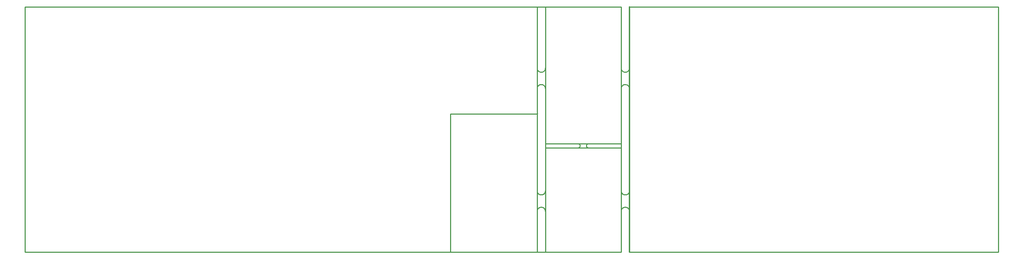
<source format=gko>
%FSLAX43Y43*%
%MOMM*%
G71*
G01*
G75*
%ADD10C,0.300*%
%ADD11R,1.800X1.600*%
%ADD12R,1.600X1.800*%
%ADD13R,1.500X3.000*%
%ADD14C,0.125*%
%ADD15C,0.500*%
%ADD16C,1.000*%
%ADD17C,0.400*%
%ADD18C,0.600*%
%ADD19C,0.254*%
%ADD20C,2.700*%
%ADD21C,3.000*%
%ADD22C,4.000*%
%ADD23R,4.000X4.000*%
%ADD24C,1.500*%
%ADD25R,1.500X1.500*%
%ADD26C,2.000*%
%ADD27R,2.000X2.000*%
%ADD28R,2.500X2.500*%
%ADD29C,2.500*%
%ADD30C,6.000*%
%ADD31R,3.000X3.000*%
%ADD32R,2.000X2.500*%
%ADD33O,2.000X2.500*%
%ADD34C,1.100*%
%ADD35C,1.300*%
%ADD36C,1.200*%
%ADD37C,1.000*%
%ADD38C,1.270*%
%ADD39R,1.300X0.850*%
%ADD40R,1.500X0.400*%
%ADD41R,10.500X10.300*%
%ADD42R,1.050X2.100*%
%ADD43R,1.450X0.550*%
%ADD44R,2.000X4.000*%
%ADD45R,4.000X3.000*%
%ADD46R,0.600X1.600*%
%ADD47O,0.600X1.600*%
%ADD48O,1.600X0.600*%
%ADD49R,2.200X2.700*%
%ADD50R,2.700X2.200*%
%ADD51R,6.000X2.000*%
%ADD52R,2.000X1.500*%
%ADD53R,0.300X1.600*%
%ADD54C,0.075*%
%ADD55R,3.000X1.500*%
%ADD56R,9.300X12.200*%
%ADD57R,0.600X2.200*%
%ADD58R,0.850X1.300*%
%ADD59R,3.000X4.000*%
%ADD60R,2.000X1.600*%
%ADD61C,1.500*%
%ADD62R,2.003X1.803*%
%ADD63R,1.803X2.003*%
%ADD64R,1.703X3.203*%
%ADD65C,2.903*%
%ADD66C,3.203*%
%ADD67C,4.203*%
%ADD68R,4.203X4.203*%
%ADD69C,1.703*%
%ADD70R,1.703X1.703*%
%ADD71C,2.203*%
%ADD72R,2.203X2.203*%
%ADD73R,2.703X2.703*%
%ADD74C,2.703*%
%ADD75C,6.203*%
%ADD76R,3.203X3.203*%
%ADD77R,2.203X2.703*%
%ADD78O,2.203X2.703*%
%ADD79C,1.303*%
%ADD80C,1.503*%
%ADD81C,1.403*%
%ADD82C,1.203*%
%ADD83C,1.473*%
%ADD84R,1.503X1.053*%
%ADD85R,1.703X0.603*%
%ADD86R,10.703X10.503*%
%ADD87R,1.253X2.303*%
%ADD88R,1.653X0.753*%
%ADD89R,2.203X4.203*%
%ADD90R,4.203X3.203*%
%ADD91R,0.803X1.803*%
%ADD92O,0.803X1.803*%
%ADD93O,1.803X0.803*%
%ADD94R,2.403X2.903*%
%ADD95R,2.903X2.403*%
%ADD96R,6.203X2.203*%
%ADD97R,2.203X1.703*%
%ADD98R,0.503X1.803*%
%ADD99R,3.203X1.703*%
%ADD100R,9.503X12.403*%
%ADD101R,0.803X2.403*%
%ADD102R,1.053X1.503*%
%ADD103R,3.203X4.203*%
%ADD104R,2.203X1.803*%
D10*
X147500Y0D02*
Y60000D01*
D19*
X127000Y40000D02*
G03*
X125000Y40000I-1000J0D01*
G01*
Y45000D02*
G03*
X127000Y45000I1000J0D01*
G01*
Y10000D02*
G03*
X125000Y10000I-1000J0D01*
G01*
Y15000D02*
G03*
X127000Y15000I1000J0D01*
G01*
X137500Y26500D02*
G03*
X137500Y25500I0J-500D01*
G01*
X135000D02*
G03*
X135000Y26500I0J500D01*
G01*
X147500Y40000D02*
G03*
X145500Y40000I-1000J0D01*
G01*
Y45000D02*
G03*
X147500Y45000I1000J0D01*
G01*
Y10000D02*
G03*
X145500Y10000I-1000J0D01*
G01*
Y15000D02*
G03*
X147500Y15000I1000J0D01*
G01*
Y0D02*
X237500D01*
Y60000D01*
X147500D02*
X237500D01*
X127000Y26500D02*
X145500D01*
X125025Y33850D02*
X125050Y33875D01*
X103825Y33850D02*
X125025D01*
X127000Y25500D02*
X145500D01*
X103825Y0D02*
Y33850D01*
X125000Y0D02*
Y60000D01*
X125025D02*
X125050Y59975D01*
X145500Y0D02*
Y60000D01*
X0Y0D02*
X145500D01*
X0Y60000D02*
X145500D01*
X0Y0D02*
Y60000D01*
X127000Y0D02*
Y60000D01*
X125000Y45000D02*
Y60000D01*
Y15000D02*
Y40000D01*
Y0D02*
Y10000D01*
X0Y0D02*
X125000D01*
X0D02*
Y60000D01*
X125000D01*
X127000Y0D02*
Y10000D01*
Y15000D02*
Y25500D01*
X135000D01*
X137500D02*
X145500D01*
Y0D02*
Y10000D01*
X127000Y0D02*
X145500D01*
X127000Y26500D02*
Y40000D01*
Y45000D02*
Y60000D01*
X145500D01*
Y45000D02*
Y60000D01*
Y26500D02*
Y40000D01*
X137500Y26500D02*
X145500D01*
M02*

</source>
